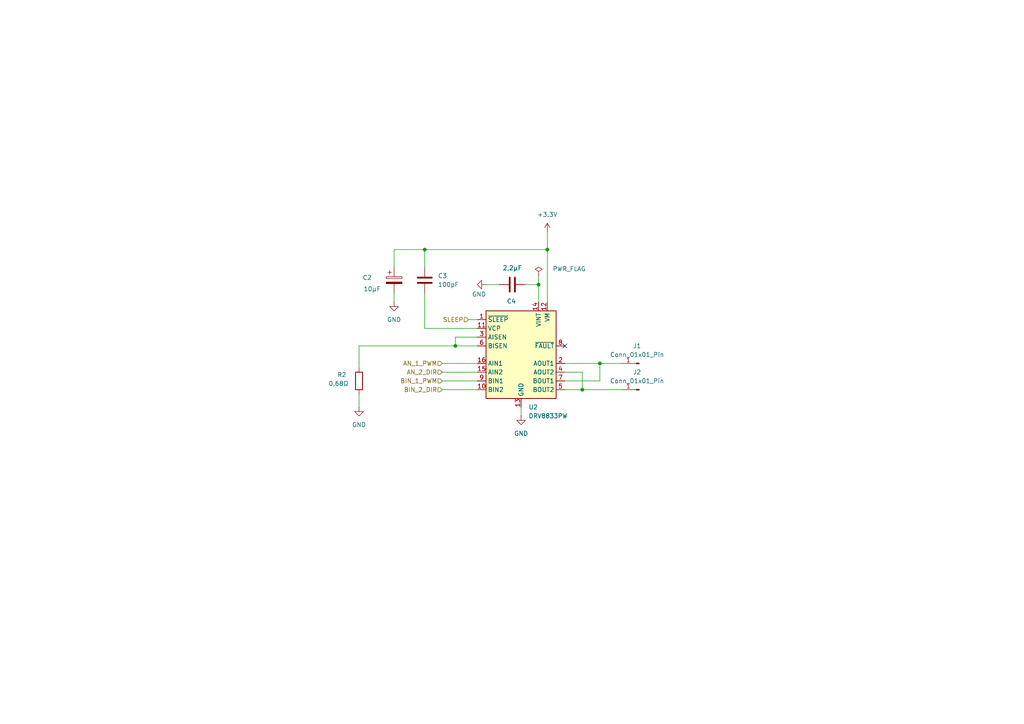
<source format=kicad_sch>
(kicad_sch (version 20250114) (generator "eeschema") (generator_version "9.0")
  (paper "A4")
  (lib_symbols
    (symbol "Connector:Conn_01x01_Pin" (pin_names (offset 1.016) (hide yes))
      (property "Reference" "J" (at 0 2.54 0))
      (property "Value" "Conn_01x01_Pin" (at 0 -2.54 0))
      (symbol "Conn_01x01_Pin_1_1"
        (rectangle (start 0.8636 0.127) (end 0 -0.127) (stroke (width 0.1524)) (fill (type outline)))
        (polyline (pts (xy 1.27 0) (xy 0.8636 0)) (stroke (width 0.1524)))
        (pin passive line (at 5.08 0 180) (length 3.81) (name "Pin_1") (number "1"))
      )
    )
    (symbol "Device:C" (pin_numbers (hide yes)) (pin_names (offset 0.254))
      (property "Reference" "C" (at 0.635 2.54 0))
      (property "Value" "C" (at 0.635 -2.54 0))
      (symbol "C_0_1"
        (polyline (pts (xy -2.032 0.762) (xy 2.032 0.762)) (stroke (width 0.508)))
        (polyline (pts (xy -2.032 -0.762) (xy 2.032 -0.762)) (stroke (width 0.508)))
      )
      (symbol "C_1_1"
        (pin passive line (at 0 3.81 270) (length 2.794) (name "~") (number "1"))
        (pin passive line (at 0 -3.81 90) (length 2.794) (name "~") (number "2"))
      )
    )
    (symbol "Device:C_Polarized" (pin_numbers (hide yes)) (pin_names (offset 0.254))
      (property "Reference" "C" (at 0.635 2.54 0))
      (property "Value" "C_Polarized" (at 0.635 -2.54 0))
      (symbol "C_Polarized_0_1"
        (rectangle (start -2.286 0.508) (end 2.286 1.016))
        (polyline (pts (xy -1.778 2.286) (xy -0.762 2.286)))
        (polyline (pts (xy -1.27 2.794) (xy -1.27 1.778)))
        (rectangle (start 2.286 -0.508) (end -2.286 -1.016) (fill (type outline)))
      )
      (symbol "C_Polarized_1_1"
        (pin passive line (at 0 3.81 270) (length 2.794) (name "~") (number "1"))
        (pin passive line (at 0 -3.81 90) (length 2.794) (name "~") (number "2"))
      )
    )
    (symbol "Device:R" (pin_numbers (hide yes)) (pin_names (offset 0))
      (property "Reference" "R" (at 2.032 0 90))
      (property "Value" "R" (at 0 0 90))
      (symbol "R_0_1"
        (rectangle (start -1.016 -2.54) (end 1.016 2.54) (stroke (width 0.254)))
      )
      (symbol "R_1_1"
        (pin passive line (at 0 3.81 270) (length 1.27) (name "~") (number "1"))
        (pin passive line (at 0 -3.81 90) (length 1.27) (name "~") (number "2"))
      )
    )
    (symbol "Driver_Motor:DRV8833PW"
      (property "Reference" "U" (at -3.81 16.51 0))
      (property "Value" "DRV8833PW" (at -3.81 13.97 0))
      (symbol "DRV8833PW_0_1"
        (rectangle (start -10.16 12.7) (end 10.16 -12.7) (stroke (width 0.254)) (fill (type background)))
      )
      (symbol "DRV8833PW_1_1"
        (pin input line (at -12.7 10.16 0) (length 2.54) (name "~{SLEEP}") (number "1"))
        (pin bidirectional line (at -12.7 7.62 0) (length 2.54) (name "VCP") (number "11"))
        (pin bidirectional line (at -12.7 5.08 0) (length 2.54) (name "AISEN") (number "3"))
        (pin bidirectional line (at -12.7 2.54 0) (length 2.54) (name "BISEN") (number "6"))
        (pin input line (at -12.7 -2.54 0) (length 2.54) (name "AIN1") (number "16"))
        (pin input line (at -12.7 -5.08 0) (length 2.54) (name "AIN2") (number "15"))
        (pin input line (at -12.7 -7.62 0) (length 2.54) (name "BIN1") (number "9"))
        (pin input line (at -12.7 -10.16 0) (length 2.54) (name "BIN2") (number "10"))
        (pin power_in line (at 0 -15.24 90) (length 2.54) (name "GND") (number "13"))
        (pin power_in line (at 5.08 15.24 270) (length 2.54) (name "VINT") (number "14"))
        (pin power_in line (at 7.62 15.24 270) (length 2.54) (name "VM") (number "12"))
        (pin open_collector line (at 12.7 2.54 180) (length 2.54) (name "~{FAULT}") (number "8"))
        (pin power_out line (at 12.7 -2.54 180) (length 2.54) (name "AOUT1") (number "2"))
        (pin power_out line (at 12.7 -5.08 180) (length 2.54) (name "AOUT2") (number "4"))
        (pin power_out line (at 12.7 -7.62 180) (length 2.54) (name "BOUT1") (number "7"))
        (pin power_out line (at 12.7 -10.16 180) (length 2.54) (name "BOUT2") (number "5"))
      )
    )
    (symbol "power:+3.3V" (power) (pin_numbers (hide yes)) (pin_names (offset 0) (hide yes))
      (property "Value" "+3.3V" (at 0 3.556 0))
      (symbol "+3.3V_0_1"
        (polyline (pts (xy -0.762 1.27) (xy 0 2.54)))
        (polyline (pts (xy 0 2.54) (xy 0.762 1.27)))
        (polyline (pts (xy 0 0) (xy 0 2.54)))
      )
      (symbol "+3.3V_1_1"
        (pin power_in line (at 0 0 90) (length 0) (name "~") (number "1"))
      )
    )
    (symbol "power:GND" (power) (pin_numbers (hide yes)) (pin_names (offset 0) (hide yes))
      (property "Value" "GND" (at 0 -3.81 0))
      (symbol "GND_0_1"
        (polyline (pts (xy 0 0) (xy 0 -1.27) (xy 1.27 -1.27) (xy 0 -2.54) (xy -1.27 -1.27) (xy 0 -1.27)))
      )
      (symbol "GND_1_1"
        (pin power_in line (at 0 0 270) (length 0) (name "~") (number "1"))
      )
    )
    (symbol "power:PWR_FLAG" (power) (pin_numbers (hide yes)) (pin_names (offset 0) (hide yes))
      (property "Value" "PWR_FLAG" (at 0 3.81 0))
      (symbol "PWR_FLAG_0_0"
        (pin power_out line (at 0 0 90) (length 0) (name "~") (number "1"))
      )
      (symbol "PWR_FLAG_0_1"
        (polyline (pts (xy 0 0) (xy 0 1.27) (xy -1.016 1.905) (xy 0 2.54) (xy 1.016 1.905) (xy 0 1.27)))
      )
    )
  )
  (junction (at 158.75 72.39))
  (junction (at 156.21 82.55))
  (junction (at 168.91 113.03))
  (junction (at 173.99 105.41))
  (junction (at 123.19 72.39))
  (junction (at 132.08 100.33))
  (no_connect (at 163.83 100.33))
  (wire (pts (xy 104.14 100.33) (xy 104.14 106.68)))
  (wire (pts (xy 156.21 80.01) (xy 156.21 82.55)))
  (wire (pts (xy 156.21 87.63) (xy 156.21 82.55)))
  (wire (pts (xy 123.19 72.39) (xy 123.19 77.47)))
  (wire (pts (xy 156.21 82.55) (xy 152.4 82.55)))
  (wire (pts (xy 128.27 110.49) (xy 138.43 110.49)))
  (wire (pts (xy 173.99 110.49) (xy 173.99 105.41)))
  (wire (pts (xy 140.97 82.55) (xy 144.78 82.55)))
  (wire (pts (xy 163.83 110.49) (xy 173.99 110.49)))
  (wire (pts (xy 132.08 97.79) (xy 132.08 100.33)))
  (wire (pts (xy 123.19 72.39) (xy 114.3 72.39)))
  (wire (pts (xy 138.43 95.25) (xy 123.19 95.25)))
  (wire (pts (xy 135.89 92.71) (xy 138.43 92.71)))
  (wire (pts (xy 168.91 113.03) (xy 180.34 113.03)))
  (wire (pts (xy 158.75 67.31) (xy 158.75 72.39)))
  (wire (pts (xy 104.14 114.3) (xy 104.14 118.11)))
  (wire (pts (xy 163.83 113.03) (xy 168.91 113.03)))
  (wire (pts (xy 163.83 107.95) (xy 168.91 107.95)))
  (wire (pts (xy 168.91 107.95) (xy 168.91 113.03)))
  (wire (pts (xy 114.3 72.39) (xy 114.3 77.47)))
  (wire (pts (xy 123.19 72.39) (xy 158.75 72.39)))
  (wire (pts (xy 132.08 100.33) (xy 138.43 100.33)))
  (wire (pts (xy 104.14 100.33) (xy 132.08 100.33)))
  (wire (pts (xy 163.83 105.41) (xy 173.99 105.41)))
  (wire (pts (xy 128.27 105.41) (xy 138.43 105.41)))
  (wire (pts (xy 123.19 95.25) (xy 123.19 85.09)))
  (wire (pts (xy 151.13 118.11) (xy 151.13 120.65)))
  (wire (pts (xy 158.75 87.63) (xy 158.75 72.39)))
  (wire (pts (xy 173.99 105.41) (xy 180.34 105.41)))
  (wire (pts (xy 114.3 85.09) (xy 114.3 87.63)))
  (wire (pts (xy 138.43 97.79) (xy 132.08 97.79)))
  (wire (pts (xy 128.27 107.95) (xy 138.43 107.95)))
  (wire (pts (xy 128.27 113.03) (xy 138.43 113.03)))
  (hierarchical_label "BIN_1_PWM" (shape input) (at 128.27 110.49 180))
  (hierarchical_label "AN_1_PWM" (shape input) (at 128.27 105.41 180))
  (hierarchical_label "SLEEP" (shape input) (at 135.89 92.71 180))
  (hierarchical_label "BIN_2_DIR" (shape input) (at 128.27 113.03 180))
  (hierarchical_label "AN_2_DIR" (shape input) (at 128.27 107.95 180))
  (symbol (lib_id "power:PWR_FLAG") (at 156.21 80.01 0) (unit 1)
    (property "Reference" "#FLG02" (effects (hide yes)))
    (property "Value" "PWR_FLAG" (at 165.1 77.978 0))
    (property "Description" "Special symbol for telling ERC where power comes from" (effects (hide yes)))
  )
  (symbol (lib_id "power:GND") (at 140.97 82.55 270) (unit 1)
    (property "Reference" "#PWR07" (effects (hide yes)))
    (property "Value" "GND" (at 140.97 85.344 90) (effects (justify right)))
    (property "Description" "Power symbol creates a global label with name \"GND\" , ground" (effects (hide yes)))
  )
  (symbol (lib_id "power:GND") (at 104.14 118.11 0) (unit 1)
    (property "Reference" "#PWR05" (effects (hide yes)))
    (property "Value" "GND" (at 104.14 123.19 0))
    (property "Description" "Power symbol creates a global label with name \"GND\" , ground" (effects (hide yes)))
  )
  (symbol (lib_id "Device:R") (at 104.14 110.49 0) (unit 1)
    (property "Reference" "R2" (at 97.79 108.712 0) (effects (justify left)))
    (property "Value" "0,68Ω" (at 95.25 111.252 0) (effects (justify left)))
    (property "Footprint" "Resistor_SMD:R_0805_2012Metric" (effects (hide yes)))
    (property "Description" "Resistor" (effects (hide yes)))
  )
  (symbol (lib_id "Device:C") (at 148.59 82.55 90) (unit 1)
    (property "Reference" "C4" (at 148.336 87.376 90))
    (property "Value" "2,2µF" (at 148.59 77.724 90))
    (property "Footprint" "Capacitor_SMD:C_1206_3216Metric" (effects (hide yes)))
    (property "Description" "Unpolarized capacitor" (effects (hide yes)))
  )
  (symbol (lib_id "Connector:Conn_01x01_Pin") (at 185.42 105.41 180) (unit 1)
    (property "Reference" "J1" (at 184.785 100.33 0))
    (property "Value" "Conn_01x01_Pin" (at 184.785 102.87 0))
    (property "Footprint" "Connector_Pin:Pin_D1.0mm_L10.0mm" (effects (hide yes)))
    (property "Description" "Generic connector, single row, 01x01, script generated" (effects (hide yes)))
  )
  (symbol (lib_id "power:GND") (at 151.13 120.65 0) (unit 1)
    (property "Reference" "#PWR08" (effects (hide yes)))
    (property "Value" "GND" (at 151.13 125.73 0))
    (property "Description" "Power symbol creates a global label with name \"GND\" , ground" (effects (hide yes)))
  )
  (symbol (lib_id "power:+3.3V") (at 158.75 67.31 0) (unit 1)
    (property "Reference" "#PWR09" (effects (hide yes)))
    (property "Value" "+3.3V" (at 158.75 62.23 0))
    (property "Description" "Power symbol creates a global label with name \"+3.3V\"" (effects (hide yes)))
  )
  (symbol (lib_id "Device:C_Polarized") (at 114.3 81.28 0) (unit 1)
    (property "Reference" "C2" (at 105.156 80.518 0) (effects (justify left)))
    (property "Value" "10µF" (at 105.41 83.82 0) (effects (justify left)))
    (property "Footprint" "Capacitor_THT:CP_Radial_D5.0mm_P2.00mm" (effects (hide yes)))
    (property "Description" "Polarized capacitor" (effects (hide yes)))
  )
  (symbol (lib_id "Connector:Conn_01x01_Pin") (at 185.42 113.03 180) (unit 1)
    (property "Reference" "J2" (at 184.785 107.95 0))
    (property "Value" "Conn_01x01_Pin" (at 184.785 110.49 0))
    (property "Footprint" "Connector_Pin:Pin_D1.0mm_L10.0mm" (effects (hide yes)))
    (property "Description" "Generic connector, single row, 01x01, script generated" (effects (hide yes)))
  )
  (symbol (lib_id "Driver_Motor:DRV8833PW") (at 151.13 102.87 0) (unit 1)
    (property "Reference" "U2" (at 153.2733 118.11 0) (effects (justify left)))
    (property "Value" "DRV8833PW" (at 153.2733 120.65 0) (effects (justify left)))
    (property "Footprint" "Package_SO:TSSOP-16_4.4x5mm_P0.65mm" (effects (hide yes)))
    (property "Datasheet" "http://www.ti.com/lit/ds/symlink/drv8833.pdf" (effects (hide yes)))
    (property "Description" "Dual H-Bridge Motor Driver, TSSOP-16" (effects (hide yes)))
  )
  (symbol (lib_id "Device:C") (at 123.19 81.28 0) (unit 1)
    (property "Reference" "C3" (at 127 80.0099 0) (effects (justify left)))
    (property "Value" "100pF" (at 127 82.5499 0) (effects (justify left)))
    (property "Footprint" "Capacitor_SMD:C_1206_3216Metric" (effects (hide yes)))
    (property "Description" "Unpolarized capacitor" (effects (hide yes)))
  )
  (symbol (lib_id "power:GND") (at 114.3 87.63 0) (unit 1)
    (property "Reference" "#PWR06" (effects (hide yes)))
    (property "Value" "GND" (at 114.3 92.71 0))
    (property "Description" "Power symbol creates a global label with name \"GND\" , ground" (effects (hide yes)))
  )
)
</source>
